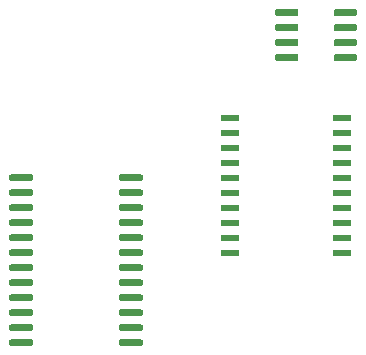
<source format=gbr>
G04 #@! TF.GenerationSoftware,KiCad,Pcbnew,(5.1.5-0-10_14)*
G04 #@! TF.CreationDate,2021-03-05T21:15:02+01:00*
G04 #@! TF.ProjectId,RCA2020-Mk1,52434132-3032-4302-9d4d-6b312e6b6963,4*
G04 #@! TF.SameCoordinates,Original*
G04 #@! TF.FileFunction,Paste,Top*
G04 #@! TF.FilePolarity,Positive*
%FSLAX46Y46*%
G04 Gerber Fmt 4.6, Leading zero omitted, Abs format (unit mm)*
G04 Created by KiCad (PCBNEW (5.1.5-0-10_14)) date 2021-03-05 21:15:02*
%MOMM*%
%LPD*%
G04 APERTURE LIST*
%ADD10C,0.100000*%
%ADD11R,1.500000X0.600000*%
G04 APERTURE END LIST*
D10*
G36*
X167675977Y-121010662D02*
G01*
X167689325Y-121012642D01*
X167702414Y-121015921D01*
X167715119Y-121020467D01*
X167727317Y-121026236D01*
X167738891Y-121033173D01*
X167749729Y-121041211D01*
X167759727Y-121050273D01*
X167768789Y-121060271D01*
X167776827Y-121071109D01*
X167783764Y-121082683D01*
X167789533Y-121094881D01*
X167794079Y-121107586D01*
X167797358Y-121120675D01*
X167799338Y-121134023D01*
X167800000Y-121147500D01*
X167800000Y-121422500D01*
X167799338Y-121435977D01*
X167797358Y-121449325D01*
X167794079Y-121462414D01*
X167789533Y-121475119D01*
X167783764Y-121487317D01*
X167776827Y-121498891D01*
X167768789Y-121509729D01*
X167759727Y-121519727D01*
X167749729Y-121528789D01*
X167738891Y-121536827D01*
X167727317Y-121543764D01*
X167715119Y-121549533D01*
X167702414Y-121554079D01*
X167689325Y-121557358D01*
X167675977Y-121559338D01*
X167662500Y-121560000D01*
X165937500Y-121560000D01*
X165924023Y-121559338D01*
X165910675Y-121557358D01*
X165897586Y-121554079D01*
X165884881Y-121549533D01*
X165872683Y-121543764D01*
X165861109Y-121536827D01*
X165850271Y-121528789D01*
X165840273Y-121519727D01*
X165831211Y-121509729D01*
X165823173Y-121498891D01*
X165816236Y-121487317D01*
X165810467Y-121475119D01*
X165805921Y-121462414D01*
X165802642Y-121449325D01*
X165800662Y-121435977D01*
X165800000Y-121422500D01*
X165800000Y-121147500D01*
X165800662Y-121134023D01*
X165802642Y-121120675D01*
X165805921Y-121107586D01*
X165810467Y-121094881D01*
X165816236Y-121082683D01*
X165823173Y-121071109D01*
X165831211Y-121060271D01*
X165840273Y-121050273D01*
X165850271Y-121041211D01*
X165861109Y-121033173D01*
X165872683Y-121026236D01*
X165884881Y-121020467D01*
X165897586Y-121015921D01*
X165910675Y-121012642D01*
X165924023Y-121010662D01*
X165937500Y-121010000D01*
X167662500Y-121010000D01*
X167675977Y-121010662D01*
G37*
G36*
X167675977Y-122280662D02*
G01*
X167689325Y-122282642D01*
X167702414Y-122285921D01*
X167715119Y-122290467D01*
X167727317Y-122296236D01*
X167738891Y-122303173D01*
X167749729Y-122311211D01*
X167759727Y-122320273D01*
X167768789Y-122330271D01*
X167776827Y-122341109D01*
X167783764Y-122352683D01*
X167789533Y-122364881D01*
X167794079Y-122377586D01*
X167797358Y-122390675D01*
X167799338Y-122404023D01*
X167800000Y-122417500D01*
X167800000Y-122692500D01*
X167799338Y-122705977D01*
X167797358Y-122719325D01*
X167794079Y-122732414D01*
X167789533Y-122745119D01*
X167783764Y-122757317D01*
X167776827Y-122768891D01*
X167768789Y-122779729D01*
X167759727Y-122789727D01*
X167749729Y-122798789D01*
X167738891Y-122806827D01*
X167727317Y-122813764D01*
X167715119Y-122819533D01*
X167702414Y-122824079D01*
X167689325Y-122827358D01*
X167675977Y-122829338D01*
X167662500Y-122830000D01*
X165937500Y-122830000D01*
X165924023Y-122829338D01*
X165910675Y-122827358D01*
X165897586Y-122824079D01*
X165884881Y-122819533D01*
X165872683Y-122813764D01*
X165861109Y-122806827D01*
X165850271Y-122798789D01*
X165840273Y-122789727D01*
X165831211Y-122779729D01*
X165823173Y-122768891D01*
X165816236Y-122757317D01*
X165810467Y-122745119D01*
X165805921Y-122732414D01*
X165802642Y-122719325D01*
X165800662Y-122705977D01*
X165800000Y-122692500D01*
X165800000Y-122417500D01*
X165800662Y-122404023D01*
X165802642Y-122390675D01*
X165805921Y-122377586D01*
X165810467Y-122364881D01*
X165816236Y-122352683D01*
X165823173Y-122341109D01*
X165831211Y-122330271D01*
X165840273Y-122320273D01*
X165850271Y-122311211D01*
X165861109Y-122303173D01*
X165872683Y-122296236D01*
X165884881Y-122290467D01*
X165897586Y-122285921D01*
X165910675Y-122282642D01*
X165924023Y-122280662D01*
X165937500Y-122280000D01*
X167662500Y-122280000D01*
X167675977Y-122280662D01*
G37*
G36*
X167675977Y-123550662D02*
G01*
X167689325Y-123552642D01*
X167702414Y-123555921D01*
X167715119Y-123560467D01*
X167727317Y-123566236D01*
X167738891Y-123573173D01*
X167749729Y-123581211D01*
X167759727Y-123590273D01*
X167768789Y-123600271D01*
X167776827Y-123611109D01*
X167783764Y-123622683D01*
X167789533Y-123634881D01*
X167794079Y-123647586D01*
X167797358Y-123660675D01*
X167799338Y-123674023D01*
X167800000Y-123687500D01*
X167800000Y-123962500D01*
X167799338Y-123975977D01*
X167797358Y-123989325D01*
X167794079Y-124002414D01*
X167789533Y-124015119D01*
X167783764Y-124027317D01*
X167776827Y-124038891D01*
X167768789Y-124049729D01*
X167759727Y-124059727D01*
X167749729Y-124068789D01*
X167738891Y-124076827D01*
X167727317Y-124083764D01*
X167715119Y-124089533D01*
X167702414Y-124094079D01*
X167689325Y-124097358D01*
X167675977Y-124099338D01*
X167662500Y-124100000D01*
X165937500Y-124100000D01*
X165924023Y-124099338D01*
X165910675Y-124097358D01*
X165897586Y-124094079D01*
X165884881Y-124089533D01*
X165872683Y-124083764D01*
X165861109Y-124076827D01*
X165850271Y-124068789D01*
X165840273Y-124059727D01*
X165831211Y-124049729D01*
X165823173Y-124038891D01*
X165816236Y-124027317D01*
X165810467Y-124015119D01*
X165805921Y-124002414D01*
X165802642Y-123989325D01*
X165800662Y-123975977D01*
X165800000Y-123962500D01*
X165800000Y-123687500D01*
X165800662Y-123674023D01*
X165802642Y-123660675D01*
X165805921Y-123647586D01*
X165810467Y-123634881D01*
X165816236Y-123622683D01*
X165823173Y-123611109D01*
X165831211Y-123600271D01*
X165840273Y-123590273D01*
X165850271Y-123581211D01*
X165861109Y-123573173D01*
X165872683Y-123566236D01*
X165884881Y-123560467D01*
X165897586Y-123555921D01*
X165910675Y-123552642D01*
X165924023Y-123550662D01*
X165937500Y-123550000D01*
X167662500Y-123550000D01*
X167675977Y-123550662D01*
G37*
G36*
X167675977Y-124820662D02*
G01*
X167689325Y-124822642D01*
X167702414Y-124825921D01*
X167715119Y-124830467D01*
X167727317Y-124836236D01*
X167738891Y-124843173D01*
X167749729Y-124851211D01*
X167759727Y-124860273D01*
X167768789Y-124870271D01*
X167776827Y-124881109D01*
X167783764Y-124892683D01*
X167789533Y-124904881D01*
X167794079Y-124917586D01*
X167797358Y-124930675D01*
X167799338Y-124944023D01*
X167800000Y-124957500D01*
X167800000Y-125232500D01*
X167799338Y-125245977D01*
X167797358Y-125259325D01*
X167794079Y-125272414D01*
X167789533Y-125285119D01*
X167783764Y-125297317D01*
X167776827Y-125308891D01*
X167768789Y-125319729D01*
X167759727Y-125329727D01*
X167749729Y-125338789D01*
X167738891Y-125346827D01*
X167727317Y-125353764D01*
X167715119Y-125359533D01*
X167702414Y-125364079D01*
X167689325Y-125367358D01*
X167675977Y-125369338D01*
X167662500Y-125370000D01*
X165937500Y-125370000D01*
X165924023Y-125369338D01*
X165910675Y-125367358D01*
X165897586Y-125364079D01*
X165884881Y-125359533D01*
X165872683Y-125353764D01*
X165861109Y-125346827D01*
X165850271Y-125338789D01*
X165840273Y-125329727D01*
X165831211Y-125319729D01*
X165823173Y-125308891D01*
X165816236Y-125297317D01*
X165810467Y-125285119D01*
X165805921Y-125272414D01*
X165802642Y-125259325D01*
X165800662Y-125245977D01*
X165800000Y-125232500D01*
X165800000Y-124957500D01*
X165800662Y-124944023D01*
X165802642Y-124930675D01*
X165805921Y-124917586D01*
X165810467Y-124904881D01*
X165816236Y-124892683D01*
X165823173Y-124881109D01*
X165831211Y-124870271D01*
X165840273Y-124860273D01*
X165850271Y-124851211D01*
X165861109Y-124843173D01*
X165872683Y-124836236D01*
X165884881Y-124830467D01*
X165897586Y-124825921D01*
X165910675Y-124822642D01*
X165924023Y-124820662D01*
X165937500Y-124820000D01*
X167662500Y-124820000D01*
X167675977Y-124820662D01*
G37*
G36*
X167675977Y-126090662D02*
G01*
X167689325Y-126092642D01*
X167702414Y-126095921D01*
X167715119Y-126100467D01*
X167727317Y-126106236D01*
X167738891Y-126113173D01*
X167749729Y-126121211D01*
X167759727Y-126130273D01*
X167768789Y-126140271D01*
X167776827Y-126151109D01*
X167783764Y-126162683D01*
X167789533Y-126174881D01*
X167794079Y-126187586D01*
X167797358Y-126200675D01*
X167799338Y-126214023D01*
X167800000Y-126227500D01*
X167800000Y-126502500D01*
X167799338Y-126515977D01*
X167797358Y-126529325D01*
X167794079Y-126542414D01*
X167789533Y-126555119D01*
X167783764Y-126567317D01*
X167776827Y-126578891D01*
X167768789Y-126589729D01*
X167759727Y-126599727D01*
X167749729Y-126608789D01*
X167738891Y-126616827D01*
X167727317Y-126623764D01*
X167715119Y-126629533D01*
X167702414Y-126634079D01*
X167689325Y-126637358D01*
X167675977Y-126639338D01*
X167662500Y-126640000D01*
X165937500Y-126640000D01*
X165924023Y-126639338D01*
X165910675Y-126637358D01*
X165897586Y-126634079D01*
X165884881Y-126629533D01*
X165872683Y-126623764D01*
X165861109Y-126616827D01*
X165850271Y-126608789D01*
X165840273Y-126599727D01*
X165831211Y-126589729D01*
X165823173Y-126578891D01*
X165816236Y-126567317D01*
X165810467Y-126555119D01*
X165805921Y-126542414D01*
X165802642Y-126529325D01*
X165800662Y-126515977D01*
X165800000Y-126502500D01*
X165800000Y-126227500D01*
X165800662Y-126214023D01*
X165802642Y-126200675D01*
X165805921Y-126187586D01*
X165810467Y-126174881D01*
X165816236Y-126162683D01*
X165823173Y-126151109D01*
X165831211Y-126140271D01*
X165840273Y-126130273D01*
X165850271Y-126121211D01*
X165861109Y-126113173D01*
X165872683Y-126106236D01*
X165884881Y-126100467D01*
X165897586Y-126095921D01*
X165910675Y-126092642D01*
X165924023Y-126090662D01*
X165937500Y-126090000D01*
X167662500Y-126090000D01*
X167675977Y-126090662D01*
G37*
G36*
X167675977Y-127360662D02*
G01*
X167689325Y-127362642D01*
X167702414Y-127365921D01*
X167715119Y-127370467D01*
X167727317Y-127376236D01*
X167738891Y-127383173D01*
X167749729Y-127391211D01*
X167759727Y-127400273D01*
X167768789Y-127410271D01*
X167776827Y-127421109D01*
X167783764Y-127432683D01*
X167789533Y-127444881D01*
X167794079Y-127457586D01*
X167797358Y-127470675D01*
X167799338Y-127484023D01*
X167800000Y-127497500D01*
X167800000Y-127772500D01*
X167799338Y-127785977D01*
X167797358Y-127799325D01*
X167794079Y-127812414D01*
X167789533Y-127825119D01*
X167783764Y-127837317D01*
X167776827Y-127848891D01*
X167768789Y-127859729D01*
X167759727Y-127869727D01*
X167749729Y-127878789D01*
X167738891Y-127886827D01*
X167727317Y-127893764D01*
X167715119Y-127899533D01*
X167702414Y-127904079D01*
X167689325Y-127907358D01*
X167675977Y-127909338D01*
X167662500Y-127910000D01*
X165937500Y-127910000D01*
X165924023Y-127909338D01*
X165910675Y-127907358D01*
X165897586Y-127904079D01*
X165884881Y-127899533D01*
X165872683Y-127893764D01*
X165861109Y-127886827D01*
X165850271Y-127878789D01*
X165840273Y-127869727D01*
X165831211Y-127859729D01*
X165823173Y-127848891D01*
X165816236Y-127837317D01*
X165810467Y-127825119D01*
X165805921Y-127812414D01*
X165802642Y-127799325D01*
X165800662Y-127785977D01*
X165800000Y-127772500D01*
X165800000Y-127497500D01*
X165800662Y-127484023D01*
X165802642Y-127470675D01*
X165805921Y-127457586D01*
X165810467Y-127444881D01*
X165816236Y-127432683D01*
X165823173Y-127421109D01*
X165831211Y-127410271D01*
X165840273Y-127400273D01*
X165850271Y-127391211D01*
X165861109Y-127383173D01*
X165872683Y-127376236D01*
X165884881Y-127370467D01*
X165897586Y-127365921D01*
X165910675Y-127362642D01*
X165924023Y-127360662D01*
X165937500Y-127360000D01*
X167662500Y-127360000D01*
X167675977Y-127360662D01*
G37*
G36*
X167675977Y-128630662D02*
G01*
X167689325Y-128632642D01*
X167702414Y-128635921D01*
X167715119Y-128640467D01*
X167727317Y-128646236D01*
X167738891Y-128653173D01*
X167749729Y-128661211D01*
X167759727Y-128670273D01*
X167768789Y-128680271D01*
X167776827Y-128691109D01*
X167783764Y-128702683D01*
X167789533Y-128714881D01*
X167794079Y-128727586D01*
X167797358Y-128740675D01*
X167799338Y-128754023D01*
X167800000Y-128767500D01*
X167800000Y-129042500D01*
X167799338Y-129055977D01*
X167797358Y-129069325D01*
X167794079Y-129082414D01*
X167789533Y-129095119D01*
X167783764Y-129107317D01*
X167776827Y-129118891D01*
X167768789Y-129129729D01*
X167759727Y-129139727D01*
X167749729Y-129148789D01*
X167738891Y-129156827D01*
X167727317Y-129163764D01*
X167715119Y-129169533D01*
X167702414Y-129174079D01*
X167689325Y-129177358D01*
X167675977Y-129179338D01*
X167662500Y-129180000D01*
X165937500Y-129180000D01*
X165924023Y-129179338D01*
X165910675Y-129177358D01*
X165897586Y-129174079D01*
X165884881Y-129169533D01*
X165872683Y-129163764D01*
X165861109Y-129156827D01*
X165850271Y-129148789D01*
X165840273Y-129139727D01*
X165831211Y-129129729D01*
X165823173Y-129118891D01*
X165816236Y-129107317D01*
X165810467Y-129095119D01*
X165805921Y-129082414D01*
X165802642Y-129069325D01*
X165800662Y-129055977D01*
X165800000Y-129042500D01*
X165800000Y-128767500D01*
X165800662Y-128754023D01*
X165802642Y-128740675D01*
X165805921Y-128727586D01*
X165810467Y-128714881D01*
X165816236Y-128702683D01*
X165823173Y-128691109D01*
X165831211Y-128680271D01*
X165840273Y-128670273D01*
X165850271Y-128661211D01*
X165861109Y-128653173D01*
X165872683Y-128646236D01*
X165884881Y-128640467D01*
X165897586Y-128635921D01*
X165910675Y-128632642D01*
X165924023Y-128630662D01*
X165937500Y-128630000D01*
X167662500Y-128630000D01*
X167675977Y-128630662D01*
G37*
G36*
X167675977Y-129900662D02*
G01*
X167689325Y-129902642D01*
X167702414Y-129905921D01*
X167715119Y-129910467D01*
X167727317Y-129916236D01*
X167738891Y-129923173D01*
X167749729Y-129931211D01*
X167759727Y-129940273D01*
X167768789Y-129950271D01*
X167776827Y-129961109D01*
X167783764Y-129972683D01*
X167789533Y-129984881D01*
X167794079Y-129997586D01*
X167797358Y-130010675D01*
X167799338Y-130024023D01*
X167800000Y-130037500D01*
X167800000Y-130312500D01*
X167799338Y-130325977D01*
X167797358Y-130339325D01*
X167794079Y-130352414D01*
X167789533Y-130365119D01*
X167783764Y-130377317D01*
X167776827Y-130388891D01*
X167768789Y-130399729D01*
X167759727Y-130409727D01*
X167749729Y-130418789D01*
X167738891Y-130426827D01*
X167727317Y-130433764D01*
X167715119Y-130439533D01*
X167702414Y-130444079D01*
X167689325Y-130447358D01*
X167675977Y-130449338D01*
X167662500Y-130450000D01*
X165937500Y-130450000D01*
X165924023Y-130449338D01*
X165910675Y-130447358D01*
X165897586Y-130444079D01*
X165884881Y-130439533D01*
X165872683Y-130433764D01*
X165861109Y-130426827D01*
X165850271Y-130418789D01*
X165840273Y-130409727D01*
X165831211Y-130399729D01*
X165823173Y-130388891D01*
X165816236Y-130377317D01*
X165810467Y-130365119D01*
X165805921Y-130352414D01*
X165802642Y-130339325D01*
X165800662Y-130325977D01*
X165800000Y-130312500D01*
X165800000Y-130037500D01*
X165800662Y-130024023D01*
X165802642Y-130010675D01*
X165805921Y-129997586D01*
X165810467Y-129984881D01*
X165816236Y-129972683D01*
X165823173Y-129961109D01*
X165831211Y-129950271D01*
X165840273Y-129940273D01*
X165850271Y-129931211D01*
X165861109Y-129923173D01*
X165872683Y-129916236D01*
X165884881Y-129910467D01*
X165897586Y-129905921D01*
X165910675Y-129902642D01*
X165924023Y-129900662D01*
X165937500Y-129900000D01*
X167662500Y-129900000D01*
X167675977Y-129900662D01*
G37*
G36*
X167675977Y-131170662D02*
G01*
X167689325Y-131172642D01*
X167702414Y-131175921D01*
X167715119Y-131180467D01*
X167727317Y-131186236D01*
X167738891Y-131193173D01*
X167749729Y-131201211D01*
X167759727Y-131210273D01*
X167768789Y-131220271D01*
X167776827Y-131231109D01*
X167783764Y-131242683D01*
X167789533Y-131254881D01*
X167794079Y-131267586D01*
X167797358Y-131280675D01*
X167799338Y-131294023D01*
X167800000Y-131307500D01*
X167800000Y-131582500D01*
X167799338Y-131595977D01*
X167797358Y-131609325D01*
X167794079Y-131622414D01*
X167789533Y-131635119D01*
X167783764Y-131647317D01*
X167776827Y-131658891D01*
X167768789Y-131669729D01*
X167759727Y-131679727D01*
X167749729Y-131688789D01*
X167738891Y-131696827D01*
X167727317Y-131703764D01*
X167715119Y-131709533D01*
X167702414Y-131714079D01*
X167689325Y-131717358D01*
X167675977Y-131719338D01*
X167662500Y-131720000D01*
X165937500Y-131720000D01*
X165924023Y-131719338D01*
X165910675Y-131717358D01*
X165897586Y-131714079D01*
X165884881Y-131709533D01*
X165872683Y-131703764D01*
X165861109Y-131696827D01*
X165850271Y-131688789D01*
X165840273Y-131679727D01*
X165831211Y-131669729D01*
X165823173Y-131658891D01*
X165816236Y-131647317D01*
X165810467Y-131635119D01*
X165805921Y-131622414D01*
X165802642Y-131609325D01*
X165800662Y-131595977D01*
X165800000Y-131582500D01*
X165800000Y-131307500D01*
X165800662Y-131294023D01*
X165802642Y-131280675D01*
X165805921Y-131267586D01*
X165810467Y-131254881D01*
X165816236Y-131242683D01*
X165823173Y-131231109D01*
X165831211Y-131220271D01*
X165840273Y-131210273D01*
X165850271Y-131201211D01*
X165861109Y-131193173D01*
X165872683Y-131186236D01*
X165884881Y-131180467D01*
X165897586Y-131175921D01*
X165910675Y-131172642D01*
X165924023Y-131170662D01*
X165937500Y-131170000D01*
X167662500Y-131170000D01*
X167675977Y-131170662D01*
G37*
G36*
X167675977Y-132440662D02*
G01*
X167689325Y-132442642D01*
X167702414Y-132445921D01*
X167715119Y-132450467D01*
X167727317Y-132456236D01*
X167738891Y-132463173D01*
X167749729Y-132471211D01*
X167759727Y-132480273D01*
X167768789Y-132490271D01*
X167776827Y-132501109D01*
X167783764Y-132512683D01*
X167789533Y-132524881D01*
X167794079Y-132537586D01*
X167797358Y-132550675D01*
X167799338Y-132564023D01*
X167800000Y-132577500D01*
X167800000Y-132852500D01*
X167799338Y-132865977D01*
X167797358Y-132879325D01*
X167794079Y-132892414D01*
X167789533Y-132905119D01*
X167783764Y-132917317D01*
X167776827Y-132928891D01*
X167768789Y-132939729D01*
X167759727Y-132949727D01*
X167749729Y-132958789D01*
X167738891Y-132966827D01*
X167727317Y-132973764D01*
X167715119Y-132979533D01*
X167702414Y-132984079D01*
X167689325Y-132987358D01*
X167675977Y-132989338D01*
X167662500Y-132990000D01*
X165937500Y-132990000D01*
X165924023Y-132989338D01*
X165910675Y-132987358D01*
X165897586Y-132984079D01*
X165884881Y-132979533D01*
X165872683Y-132973764D01*
X165861109Y-132966827D01*
X165850271Y-132958789D01*
X165840273Y-132949727D01*
X165831211Y-132939729D01*
X165823173Y-132928891D01*
X165816236Y-132917317D01*
X165810467Y-132905119D01*
X165805921Y-132892414D01*
X165802642Y-132879325D01*
X165800662Y-132865977D01*
X165800000Y-132852500D01*
X165800000Y-132577500D01*
X165800662Y-132564023D01*
X165802642Y-132550675D01*
X165805921Y-132537586D01*
X165810467Y-132524881D01*
X165816236Y-132512683D01*
X165823173Y-132501109D01*
X165831211Y-132490271D01*
X165840273Y-132480273D01*
X165850271Y-132471211D01*
X165861109Y-132463173D01*
X165872683Y-132456236D01*
X165884881Y-132450467D01*
X165897586Y-132445921D01*
X165910675Y-132442642D01*
X165924023Y-132440662D01*
X165937500Y-132440000D01*
X167662500Y-132440000D01*
X167675977Y-132440662D01*
G37*
G36*
X167675977Y-133710662D02*
G01*
X167689325Y-133712642D01*
X167702414Y-133715921D01*
X167715119Y-133720467D01*
X167727317Y-133726236D01*
X167738891Y-133733173D01*
X167749729Y-133741211D01*
X167759727Y-133750273D01*
X167768789Y-133760271D01*
X167776827Y-133771109D01*
X167783764Y-133782683D01*
X167789533Y-133794881D01*
X167794079Y-133807586D01*
X167797358Y-133820675D01*
X167799338Y-133834023D01*
X167800000Y-133847500D01*
X167800000Y-134122500D01*
X167799338Y-134135977D01*
X167797358Y-134149325D01*
X167794079Y-134162414D01*
X167789533Y-134175119D01*
X167783764Y-134187317D01*
X167776827Y-134198891D01*
X167768789Y-134209729D01*
X167759727Y-134219727D01*
X167749729Y-134228789D01*
X167738891Y-134236827D01*
X167727317Y-134243764D01*
X167715119Y-134249533D01*
X167702414Y-134254079D01*
X167689325Y-134257358D01*
X167675977Y-134259338D01*
X167662500Y-134260000D01*
X165937500Y-134260000D01*
X165924023Y-134259338D01*
X165910675Y-134257358D01*
X165897586Y-134254079D01*
X165884881Y-134249533D01*
X165872683Y-134243764D01*
X165861109Y-134236827D01*
X165850271Y-134228789D01*
X165840273Y-134219727D01*
X165831211Y-134209729D01*
X165823173Y-134198891D01*
X165816236Y-134187317D01*
X165810467Y-134175119D01*
X165805921Y-134162414D01*
X165802642Y-134149325D01*
X165800662Y-134135977D01*
X165800000Y-134122500D01*
X165800000Y-133847500D01*
X165800662Y-133834023D01*
X165802642Y-133820675D01*
X165805921Y-133807586D01*
X165810467Y-133794881D01*
X165816236Y-133782683D01*
X165823173Y-133771109D01*
X165831211Y-133760271D01*
X165840273Y-133750273D01*
X165850271Y-133741211D01*
X165861109Y-133733173D01*
X165872683Y-133726236D01*
X165884881Y-133720467D01*
X165897586Y-133715921D01*
X165910675Y-133712642D01*
X165924023Y-133710662D01*
X165937500Y-133710000D01*
X167662500Y-133710000D01*
X167675977Y-133710662D01*
G37*
G36*
X167675977Y-134980662D02*
G01*
X167689325Y-134982642D01*
X167702414Y-134985921D01*
X167715119Y-134990467D01*
X167727317Y-134996236D01*
X167738891Y-135003173D01*
X167749729Y-135011211D01*
X167759727Y-135020273D01*
X167768789Y-135030271D01*
X167776827Y-135041109D01*
X167783764Y-135052683D01*
X167789533Y-135064881D01*
X167794079Y-135077586D01*
X167797358Y-135090675D01*
X167799338Y-135104023D01*
X167800000Y-135117500D01*
X167800000Y-135392500D01*
X167799338Y-135405977D01*
X167797358Y-135419325D01*
X167794079Y-135432414D01*
X167789533Y-135445119D01*
X167783764Y-135457317D01*
X167776827Y-135468891D01*
X167768789Y-135479729D01*
X167759727Y-135489727D01*
X167749729Y-135498789D01*
X167738891Y-135506827D01*
X167727317Y-135513764D01*
X167715119Y-135519533D01*
X167702414Y-135524079D01*
X167689325Y-135527358D01*
X167675977Y-135529338D01*
X167662500Y-135530000D01*
X165937500Y-135530000D01*
X165924023Y-135529338D01*
X165910675Y-135527358D01*
X165897586Y-135524079D01*
X165884881Y-135519533D01*
X165872683Y-135513764D01*
X165861109Y-135506827D01*
X165850271Y-135498789D01*
X165840273Y-135489727D01*
X165831211Y-135479729D01*
X165823173Y-135468891D01*
X165816236Y-135457317D01*
X165810467Y-135445119D01*
X165805921Y-135432414D01*
X165802642Y-135419325D01*
X165800662Y-135405977D01*
X165800000Y-135392500D01*
X165800000Y-135117500D01*
X165800662Y-135104023D01*
X165802642Y-135090675D01*
X165805921Y-135077586D01*
X165810467Y-135064881D01*
X165816236Y-135052683D01*
X165823173Y-135041109D01*
X165831211Y-135030271D01*
X165840273Y-135020273D01*
X165850271Y-135011211D01*
X165861109Y-135003173D01*
X165872683Y-134996236D01*
X165884881Y-134990467D01*
X165897586Y-134985921D01*
X165910675Y-134982642D01*
X165924023Y-134980662D01*
X165937500Y-134980000D01*
X167662500Y-134980000D01*
X167675977Y-134980662D01*
G37*
G36*
X176975977Y-134980662D02*
G01*
X176989325Y-134982642D01*
X177002414Y-134985921D01*
X177015119Y-134990467D01*
X177027317Y-134996236D01*
X177038891Y-135003173D01*
X177049729Y-135011211D01*
X177059727Y-135020273D01*
X177068789Y-135030271D01*
X177076827Y-135041109D01*
X177083764Y-135052683D01*
X177089533Y-135064881D01*
X177094079Y-135077586D01*
X177097358Y-135090675D01*
X177099338Y-135104023D01*
X177100000Y-135117500D01*
X177100000Y-135392500D01*
X177099338Y-135405977D01*
X177097358Y-135419325D01*
X177094079Y-135432414D01*
X177089533Y-135445119D01*
X177083764Y-135457317D01*
X177076827Y-135468891D01*
X177068789Y-135479729D01*
X177059727Y-135489727D01*
X177049729Y-135498789D01*
X177038891Y-135506827D01*
X177027317Y-135513764D01*
X177015119Y-135519533D01*
X177002414Y-135524079D01*
X176989325Y-135527358D01*
X176975977Y-135529338D01*
X176962500Y-135530000D01*
X175237500Y-135530000D01*
X175224023Y-135529338D01*
X175210675Y-135527358D01*
X175197586Y-135524079D01*
X175184881Y-135519533D01*
X175172683Y-135513764D01*
X175161109Y-135506827D01*
X175150271Y-135498789D01*
X175140273Y-135489727D01*
X175131211Y-135479729D01*
X175123173Y-135468891D01*
X175116236Y-135457317D01*
X175110467Y-135445119D01*
X175105921Y-135432414D01*
X175102642Y-135419325D01*
X175100662Y-135405977D01*
X175100000Y-135392500D01*
X175100000Y-135117500D01*
X175100662Y-135104023D01*
X175102642Y-135090675D01*
X175105921Y-135077586D01*
X175110467Y-135064881D01*
X175116236Y-135052683D01*
X175123173Y-135041109D01*
X175131211Y-135030271D01*
X175140273Y-135020273D01*
X175150271Y-135011211D01*
X175161109Y-135003173D01*
X175172683Y-134996236D01*
X175184881Y-134990467D01*
X175197586Y-134985921D01*
X175210675Y-134982642D01*
X175224023Y-134980662D01*
X175237500Y-134980000D01*
X176962500Y-134980000D01*
X176975977Y-134980662D01*
G37*
G36*
X176975977Y-133710662D02*
G01*
X176989325Y-133712642D01*
X177002414Y-133715921D01*
X177015119Y-133720467D01*
X177027317Y-133726236D01*
X177038891Y-133733173D01*
X177049729Y-133741211D01*
X177059727Y-133750273D01*
X177068789Y-133760271D01*
X177076827Y-133771109D01*
X177083764Y-133782683D01*
X177089533Y-133794881D01*
X177094079Y-133807586D01*
X177097358Y-133820675D01*
X177099338Y-133834023D01*
X177100000Y-133847500D01*
X177100000Y-134122500D01*
X177099338Y-134135977D01*
X177097358Y-134149325D01*
X177094079Y-134162414D01*
X177089533Y-134175119D01*
X177083764Y-134187317D01*
X177076827Y-134198891D01*
X177068789Y-134209729D01*
X177059727Y-134219727D01*
X177049729Y-134228789D01*
X177038891Y-134236827D01*
X177027317Y-134243764D01*
X177015119Y-134249533D01*
X177002414Y-134254079D01*
X176989325Y-134257358D01*
X176975977Y-134259338D01*
X176962500Y-134260000D01*
X175237500Y-134260000D01*
X175224023Y-134259338D01*
X175210675Y-134257358D01*
X175197586Y-134254079D01*
X175184881Y-134249533D01*
X175172683Y-134243764D01*
X175161109Y-134236827D01*
X175150271Y-134228789D01*
X175140273Y-134219727D01*
X175131211Y-134209729D01*
X175123173Y-134198891D01*
X175116236Y-134187317D01*
X175110467Y-134175119D01*
X175105921Y-134162414D01*
X175102642Y-134149325D01*
X175100662Y-134135977D01*
X175100000Y-134122500D01*
X175100000Y-133847500D01*
X175100662Y-133834023D01*
X175102642Y-133820675D01*
X175105921Y-133807586D01*
X175110467Y-133794881D01*
X175116236Y-133782683D01*
X175123173Y-133771109D01*
X175131211Y-133760271D01*
X175140273Y-133750273D01*
X175150271Y-133741211D01*
X175161109Y-133733173D01*
X175172683Y-133726236D01*
X175184881Y-133720467D01*
X175197586Y-133715921D01*
X175210675Y-133712642D01*
X175224023Y-133710662D01*
X175237500Y-133710000D01*
X176962500Y-133710000D01*
X176975977Y-133710662D01*
G37*
G36*
X176975977Y-132440662D02*
G01*
X176989325Y-132442642D01*
X177002414Y-132445921D01*
X177015119Y-132450467D01*
X177027317Y-132456236D01*
X177038891Y-132463173D01*
X177049729Y-132471211D01*
X177059727Y-132480273D01*
X177068789Y-132490271D01*
X177076827Y-132501109D01*
X177083764Y-132512683D01*
X177089533Y-132524881D01*
X177094079Y-132537586D01*
X177097358Y-132550675D01*
X177099338Y-132564023D01*
X177100000Y-132577500D01*
X177100000Y-132852500D01*
X177099338Y-132865977D01*
X177097358Y-132879325D01*
X177094079Y-132892414D01*
X177089533Y-132905119D01*
X177083764Y-132917317D01*
X177076827Y-132928891D01*
X177068789Y-132939729D01*
X177059727Y-132949727D01*
X177049729Y-132958789D01*
X177038891Y-132966827D01*
X177027317Y-132973764D01*
X177015119Y-132979533D01*
X177002414Y-132984079D01*
X176989325Y-132987358D01*
X176975977Y-132989338D01*
X176962500Y-132990000D01*
X175237500Y-132990000D01*
X175224023Y-132989338D01*
X175210675Y-132987358D01*
X175197586Y-132984079D01*
X175184881Y-132979533D01*
X175172683Y-132973764D01*
X175161109Y-132966827D01*
X175150271Y-132958789D01*
X175140273Y-132949727D01*
X175131211Y-132939729D01*
X175123173Y-132928891D01*
X175116236Y-132917317D01*
X175110467Y-132905119D01*
X175105921Y-132892414D01*
X175102642Y-132879325D01*
X175100662Y-132865977D01*
X175100000Y-132852500D01*
X175100000Y-132577500D01*
X175100662Y-132564023D01*
X175102642Y-132550675D01*
X175105921Y-132537586D01*
X175110467Y-132524881D01*
X175116236Y-132512683D01*
X175123173Y-132501109D01*
X175131211Y-132490271D01*
X175140273Y-132480273D01*
X175150271Y-132471211D01*
X175161109Y-132463173D01*
X175172683Y-132456236D01*
X175184881Y-132450467D01*
X175197586Y-132445921D01*
X175210675Y-132442642D01*
X175224023Y-132440662D01*
X175237500Y-132440000D01*
X176962500Y-132440000D01*
X176975977Y-132440662D01*
G37*
G36*
X176975977Y-131170662D02*
G01*
X176989325Y-131172642D01*
X177002414Y-131175921D01*
X177015119Y-131180467D01*
X177027317Y-131186236D01*
X177038891Y-131193173D01*
X177049729Y-131201211D01*
X177059727Y-131210273D01*
X177068789Y-131220271D01*
X177076827Y-131231109D01*
X177083764Y-131242683D01*
X177089533Y-131254881D01*
X177094079Y-131267586D01*
X177097358Y-131280675D01*
X177099338Y-131294023D01*
X177100000Y-131307500D01*
X177100000Y-131582500D01*
X177099338Y-131595977D01*
X177097358Y-131609325D01*
X177094079Y-131622414D01*
X177089533Y-131635119D01*
X177083764Y-131647317D01*
X177076827Y-131658891D01*
X177068789Y-131669729D01*
X177059727Y-131679727D01*
X177049729Y-131688789D01*
X177038891Y-131696827D01*
X177027317Y-131703764D01*
X177015119Y-131709533D01*
X177002414Y-131714079D01*
X176989325Y-131717358D01*
X176975977Y-131719338D01*
X176962500Y-131720000D01*
X175237500Y-131720000D01*
X175224023Y-131719338D01*
X175210675Y-131717358D01*
X175197586Y-131714079D01*
X175184881Y-131709533D01*
X175172683Y-131703764D01*
X175161109Y-131696827D01*
X175150271Y-131688789D01*
X175140273Y-131679727D01*
X175131211Y-131669729D01*
X175123173Y-131658891D01*
X175116236Y-131647317D01*
X175110467Y-131635119D01*
X175105921Y-131622414D01*
X175102642Y-131609325D01*
X175100662Y-131595977D01*
X175100000Y-131582500D01*
X175100000Y-131307500D01*
X175100662Y-131294023D01*
X175102642Y-131280675D01*
X175105921Y-131267586D01*
X175110467Y-131254881D01*
X175116236Y-131242683D01*
X175123173Y-131231109D01*
X175131211Y-131220271D01*
X175140273Y-131210273D01*
X175150271Y-131201211D01*
X175161109Y-131193173D01*
X175172683Y-131186236D01*
X175184881Y-131180467D01*
X175197586Y-131175921D01*
X175210675Y-131172642D01*
X175224023Y-131170662D01*
X175237500Y-131170000D01*
X176962500Y-131170000D01*
X176975977Y-131170662D01*
G37*
G36*
X176975977Y-129900662D02*
G01*
X176989325Y-129902642D01*
X177002414Y-129905921D01*
X177015119Y-129910467D01*
X177027317Y-129916236D01*
X177038891Y-129923173D01*
X177049729Y-129931211D01*
X177059727Y-129940273D01*
X177068789Y-129950271D01*
X177076827Y-129961109D01*
X177083764Y-129972683D01*
X177089533Y-129984881D01*
X177094079Y-129997586D01*
X177097358Y-130010675D01*
X177099338Y-130024023D01*
X177100000Y-130037500D01*
X177100000Y-130312500D01*
X177099338Y-130325977D01*
X177097358Y-130339325D01*
X177094079Y-130352414D01*
X177089533Y-130365119D01*
X177083764Y-130377317D01*
X177076827Y-130388891D01*
X177068789Y-130399729D01*
X177059727Y-130409727D01*
X177049729Y-130418789D01*
X177038891Y-130426827D01*
X177027317Y-130433764D01*
X177015119Y-130439533D01*
X177002414Y-130444079D01*
X176989325Y-130447358D01*
X176975977Y-130449338D01*
X176962500Y-130450000D01*
X175237500Y-130450000D01*
X175224023Y-130449338D01*
X175210675Y-130447358D01*
X175197586Y-130444079D01*
X175184881Y-130439533D01*
X175172683Y-130433764D01*
X175161109Y-130426827D01*
X175150271Y-130418789D01*
X175140273Y-130409727D01*
X175131211Y-130399729D01*
X175123173Y-130388891D01*
X175116236Y-130377317D01*
X175110467Y-130365119D01*
X175105921Y-130352414D01*
X175102642Y-130339325D01*
X175100662Y-130325977D01*
X175100000Y-130312500D01*
X175100000Y-130037500D01*
X175100662Y-130024023D01*
X175102642Y-130010675D01*
X175105921Y-129997586D01*
X175110467Y-129984881D01*
X175116236Y-129972683D01*
X175123173Y-129961109D01*
X175131211Y-129950271D01*
X175140273Y-129940273D01*
X175150271Y-129931211D01*
X175161109Y-129923173D01*
X175172683Y-129916236D01*
X175184881Y-129910467D01*
X175197586Y-129905921D01*
X175210675Y-129902642D01*
X175224023Y-129900662D01*
X175237500Y-129900000D01*
X176962500Y-129900000D01*
X176975977Y-129900662D01*
G37*
G36*
X176975977Y-128630662D02*
G01*
X176989325Y-128632642D01*
X177002414Y-128635921D01*
X177015119Y-128640467D01*
X177027317Y-128646236D01*
X177038891Y-128653173D01*
X177049729Y-128661211D01*
X177059727Y-128670273D01*
X177068789Y-128680271D01*
X177076827Y-128691109D01*
X177083764Y-128702683D01*
X177089533Y-128714881D01*
X177094079Y-128727586D01*
X177097358Y-128740675D01*
X177099338Y-128754023D01*
X177100000Y-128767500D01*
X177100000Y-129042500D01*
X177099338Y-129055977D01*
X177097358Y-129069325D01*
X177094079Y-129082414D01*
X177089533Y-129095119D01*
X177083764Y-129107317D01*
X177076827Y-129118891D01*
X177068789Y-129129729D01*
X177059727Y-129139727D01*
X177049729Y-129148789D01*
X177038891Y-129156827D01*
X177027317Y-129163764D01*
X177015119Y-129169533D01*
X177002414Y-129174079D01*
X176989325Y-129177358D01*
X176975977Y-129179338D01*
X176962500Y-129180000D01*
X175237500Y-129180000D01*
X175224023Y-129179338D01*
X175210675Y-129177358D01*
X175197586Y-129174079D01*
X175184881Y-129169533D01*
X175172683Y-129163764D01*
X175161109Y-129156827D01*
X175150271Y-129148789D01*
X175140273Y-129139727D01*
X175131211Y-129129729D01*
X175123173Y-129118891D01*
X175116236Y-129107317D01*
X175110467Y-129095119D01*
X175105921Y-129082414D01*
X175102642Y-129069325D01*
X175100662Y-129055977D01*
X175100000Y-129042500D01*
X175100000Y-128767500D01*
X175100662Y-128754023D01*
X175102642Y-128740675D01*
X175105921Y-128727586D01*
X175110467Y-128714881D01*
X175116236Y-128702683D01*
X175123173Y-128691109D01*
X175131211Y-128680271D01*
X175140273Y-128670273D01*
X175150271Y-128661211D01*
X175161109Y-128653173D01*
X175172683Y-128646236D01*
X175184881Y-128640467D01*
X175197586Y-128635921D01*
X175210675Y-128632642D01*
X175224023Y-128630662D01*
X175237500Y-128630000D01*
X176962500Y-128630000D01*
X176975977Y-128630662D01*
G37*
G36*
X176975977Y-127360662D02*
G01*
X176989325Y-127362642D01*
X177002414Y-127365921D01*
X177015119Y-127370467D01*
X177027317Y-127376236D01*
X177038891Y-127383173D01*
X177049729Y-127391211D01*
X177059727Y-127400273D01*
X177068789Y-127410271D01*
X177076827Y-127421109D01*
X177083764Y-127432683D01*
X177089533Y-127444881D01*
X177094079Y-127457586D01*
X177097358Y-127470675D01*
X177099338Y-127484023D01*
X177100000Y-127497500D01*
X177100000Y-127772500D01*
X177099338Y-127785977D01*
X177097358Y-127799325D01*
X177094079Y-127812414D01*
X177089533Y-127825119D01*
X177083764Y-127837317D01*
X177076827Y-127848891D01*
X177068789Y-127859729D01*
X177059727Y-127869727D01*
X177049729Y-127878789D01*
X177038891Y-127886827D01*
X177027317Y-127893764D01*
X177015119Y-127899533D01*
X177002414Y-127904079D01*
X176989325Y-127907358D01*
X176975977Y-127909338D01*
X176962500Y-127910000D01*
X175237500Y-127910000D01*
X175224023Y-127909338D01*
X175210675Y-127907358D01*
X175197586Y-127904079D01*
X175184881Y-127899533D01*
X175172683Y-127893764D01*
X175161109Y-127886827D01*
X175150271Y-127878789D01*
X175140273Y-127869727D01*
X175131211Y-127859729D01*
X175123173Y-127848891D01*
X175116236Y-127837317D01*
X175110467Y-127825119D01*
X175105921Y-127812414D01*
X175102642Y-127799325D01*
X175100662Y-127785977D01*
X175100000Y-127772500D01*
X175100000Y-127497500D01*
X175100662Y-127484023D01*
X175102642Y-127470675D01*
X175105921Y-127457586D01*
X175110467Y-127444881D01*
X175116236Y-127432683D01*
X175123173Y-127421109D01*
X175131211Y-127410271D01*
X175140273Y-127400273D01*
X175150271Y-127391211D01*
X175161109Y-127383173D01*
X175172683Y-127376236D01*
X175184881Y-127370467D01*
X175197586Y-127365921D01*
X175210675Y-127362642D01*
X175224023Y-127360662D01*
X175237500Y-127360000D01*
X176962500Y-127360000D01*
X176975977Y-127360662D01*
G37*
G36*
X176975977Y-126090662D02*
G01*
X176989325Y-126092642D01*
X177002414Y-126095921D01*
X177015119Y-126100467D01*
X177027317Y-126106236D01*
X177038891Y-126113173D01*
X177049729Y-126121211D01*
X177059727Y-126130273D01*
X177068789Y-126140271D01*
X177076827Y-126151109D01*
X177083764Y-126162683D01*
X177089533Y-126174881D01*
X177094079Y-126187586D01*
X177097358Y-126200675D01*
X177099338Y-126214023D01*
X177100000Y-126227500D01*
X177100000Y-126502500D01*
X177099338Y-126515977D01*
X177097358Y-126529325D01*
X177094079Y-126542414D01*
X177089533Y-126555119D01*
X177083764Y-126567317D01*
X177076827Y-126578891D01*
X177068789Y-126589729D01*
X177059727Y-126599727D01*
X177049729Y-126608789D01*
X177038891Y-126616827D01*
X177027317Y-126623764D01*
X177015119Y-126629533D01*
X177002414Y-126634079D01*
X176989325Y-126637358D01*
X176975977Y-126639338D01*
X176962500Y-126640000D01*
X175237500Y-126640000D01*
X175224023Y-126639338D01*
X175210675Y-126637358D01*
X175197586Y-126634079D01*
X175184881Y-126629533D01*
X175172683Y-126623764D01*
X175161109Y-126616827D01*
X175150271Y-126608789D01*
X175140273Y-126599727D01*
X175131211Y-126589729D01*
X175123173Y-126578891D01*
X175116236Y-126567317D01*
X175110467Y-126555119D01*
X175105921Y-126542414D01*
X175102642Y-126529325D01*
X175100662Y-126515977D01*
X175100000Y-126502500D01*
X175100000Y-126227500D01*
X175100662Y-126214023D01*
X175102642Y-126200675D01*
X175105921Y-126187586D01*
X175110467Y-126174881D01*
X175116236Y-126162683D01*
X175123173Y-126151109D01*
X175131211Y-126140271D01*
X175140273Y-126130273D01*
X175150271Y-126121211D01*
X175161109Y-126113173D01*
X175172683Y-126106236D01*
X175184881Y-126100467D01*
X175197586Y-126095921D01*
X175210675Y-126092642D01*
X175224023Y-126090662D01*
X175237500Y-126090000D01*
X176962500Y-126090000D01*
X176975977Y-126090662D01*
G37*
G36*
X176975977Y-124820662D02*
G01*
X176989325Y-124822642D01*
X177002414Y-124825921D01*
X177015119Y-124830467D01*
X177027317Y-124836236D01*
X177038891Y-124843173D01*
X177049729Y-124851211D01*
X177059727Y-124860273D01*
X177068789Y-124870271D01*
X177076827Y-124881109D01*
X177083764Y-124892683D01*
X177089533Y-124904881D01*
X177094079Y-124917586D01*
X177097358Y-124930675D01*
X177099338Y-124944023D01*
X177100000Y-124957500D01*
X177100000Y-125232500D01*
X177099338Y-125245977D01*
X177097358Y-125259325D01*
X177094079Y-125272414D01*
X177089533Y-125285119D01*
X177083764Y-125297317D01*
X177076827Y-125308891D01*
X177068789Y-125319729D01*
X177059727Y-125329727D01*
X177049729Y-125338789D01*
X177038891Y-125346827D01*
X177027317Y-125353764D01*
X177015119Y-125359533D01*
X177002414Y-125364079D01*
X176989325Y-125367358D01*
X176975977Y-125369338D01*
X176962500Y-125370000D01*
X175237500Y-125370000D01*
X175224023Y-125369338D01*
X175210675Y-125367358D01*
X175197586Y-125364079D01*
X175184881Y-125359533D01*
X175172683Y-125353764D01*
X175161109Y-125346827D01*
X175150271Y-125338789D01*
X175140273Y-125329727D01*
X175131211Y-125319729D01*
X175123173Y-125308891D01*
X175116236Y-125297317D01*
X175110467Y-125285119D01*
X175105921Y-125272414D01*
X175102642Y-125259325D01*
X175100662Y-125245977D01*
X175100000Y-125232500D01*
X175100000Y-124957500D01*
X175100662Y-124944023D01*
X175102642Y-124930675D01*
X175105921Y-124917586D01*
X175110467Y-124904881D01*
X175116236Y-124892683D01*
X175123173Y-124881109D01*
X175131211Y-124870271D01*
X175140273Y-124860273D01*
X175150271Y-124851211D01*
X175161109Y-124843173D01*
X175172683Y-124836236D01*
X175184881Y-124830467D01*
X175197586Y-124825921D01*
X175210675Y-124822642D01*
X175224023Y-124820662D01*
X175237500Y-124820000D01*
X176962500Y-124820000D01*
X176975977Y-124820662D01*
G37*
G36*
X176975977Y-123550662D02*
G01*
X176989325Y-123552642D01*
X177002414Y-123555921D01*
X177015119Y-123560467D01*
X177027317Y-123566236D01*
X177038891Y-123573173D01*
X177049729Y-123581211D01*
X177059727Y-123590273D01*
X177068789Y-123600271D01*
X177076827Y-123611109D01*
X177083764Y-123622683D01*
X177089533Y-123634881D01*
X177094079Y-123647586D01*
X177097358Y-123660675D01*
X177099338Y-123674023D01*
X177100000Y-123687500D01*
X177100000Y-123962500D01*
X177099338Y-123975977D01*
X177097358Y-123989325D01*
X177094079Y-124002414D01*
X177089533Y-124015119D01*
X177083764Y-124027317D01*
X177076827Y-124038891D01*
X177068789Y-124049729D01*
X177059727Y-124059727D01*
X177049729Y-124068789D01*
X177038891Y-124076827D01*
X177027317Y-124083764D01*
X177015119Y-124089533D01*
X177002414Y-124094079D01*
X176989325Y-124097358D01*
X176975977Y-124099338D01*
X176962500Y-124100000D01*
X175237500Y-124100000D01*
X175224023Y-124099338D01*
X175210675Y-124097358D01*
X175197586Y-124094079D01*
X175184881Y-124089533D01*
X175172683Y-124083764D01*
X175161109Y-124076827D01*
X175150271Y-124068789D01*
X175140273Y-124059727D01*
X175131211Y-124049729D01*
X175123173Y-124038891D01*
X175116236Y-124027317D01*
X175110467Y-124015119D01*
X175105921Y-124002414D01*
X175102642Y-123989325D01*
X175100662Y-123975977D01*
X175100000Y-123962500D01*
X175100000Y-123687500D01*
X175100662Y-123674023D01*
X175102642Y-123660675D01*
X175105921Y-123647586D01*
X175110467Y-123634881D01*
X175116236Y-123622683D01*
X175123173Y-123611109D01*
X175131211Y-123600271D01*
X175140273Y-123590273D01*
X175150271Y-123581211D01*
X175161109Y-123573173D01*
X175172683Y-123566236D01*
X175184881Y-123560467D01*
X175197586Y-123555921D01*
X175210675Y-123552642D01*
X175224023Y-123550662D01*
X175237500Y-123550000D01*
X176962500Y-123550000D01*
X176975977Y-123550662D01*
G37*
G36*
X176975977Y-122280662D02*
G01*
X176989325Y-122282642D01*
X177002414Y-122285921D01*
X177015119Y-122290467D01*
X177027317Y-122296236D01*
X177038891Y-122303173D01*
X177049729Y-122311211D01*
X177059727Y-122320273D01*
X177068789Y-122330271D01*
X177076827Y-122341109D01*
X177083764Y-122352683D01*
X177089533Y-122364881D01*
X177094079Y-122377586D01*
X177097358Y-122390675D01*
X177099338Y-122404023D01*
X177100000Y-122417500D01*
X177100000Y-122692500D01*
X177099338Y-122705977D01*
X177097358Y-122719325D01*
X177094079Y-122732414D01*
X177089533Y-122745119D01*
X177083764Y-122757317D01*
X177076827Y-122768891D01*
X177068789Y-122779729D01*
X177059727Y-122789727D01*
X177049729Y-122798789D01*
X177038891Y-122806827D01*
X177027317Y-122813764D01*
X177015119Y-122819533D01*
X177002414Y-122824079D01*
X176989325Y-122827358D01*
X176975977Y-122829338D01*
X176962500Y-122830000D01*
X175237500Y-122830000D01*
X175224023Y-122829338D01*
X175210675Y-122827358D01*
X175197586Y-122824079D01*
X175184881Y-122819533D01*
X175172683Y-122813764D01*
X175161109Y-122806827D01*
X175150271Y-122798789D01*
X175140273Y-122789727D01*
X175131211Y-122779729D01*
X175123173Y-122768891D01*
X175116236Y-122757317D01*
X175110467Y-122745119D01*
X175105921Y-122732414D01*
X175102642Y-122719325D01*
X175100662Y-122705977D01*
X175100000Y-122692500D01*
X175100000Y-122417500D01*
X175100662Y-122404023D01*
X175102642Y-122390675D01*
X175105921Y-122377586D01*
X175110467Y-122364881D01*
X175116236Y-122352683D01*
X175123173Y-122341109D01*
X175131211Y-122330271D01*
X175140273Y-122320273D01*
X175150271Y-122311211D01*
X175161109Y-122303173D01*
X175172683Y-122296236D01*
X175184881Y-122290467D01*
X175197586Y-122285921D01*
X175210675Y-122282642D01*
X175224023Y-122280662D01*
X175237500Y-122280000D01*
X176962500Y-122280000D01*
X176975977Y-122280662D01*
G37*
G36*
X176975977Y-121010662D02*
G01*
X176989325Y-121012642D01*
X177002414Y-121015921D01*
X177015119Y-121020467D01*
X177027317Y-121026236D01*
X177038891Y-121033173D01*
X177049729Y-121041211D01*
X177059727Y-121050273D01*
X177068789Y-121060271D01*
X177076827Y-121071109D01*
X177083764Y-121082683D01*
X177089533Y-121094881D01*
X177094079Y-121107586D01*
X177097358Y-121120675D01*
X177099338Y-121134023D01*
X177100000Y-121147500D01*
X177100000Y-121422500D01*
X177099338Y-121435977D01*
X177097358Y-121449325D01*
X177094079Y-121462414D01*
X177089533Y-121475119D01*
X177083764Y-121487317D01*
X177076827Y-121498891D01*
X177068789Y-121509729D01*
X177059727Y-121519727D01*
X177049729Y-121528789D01*
X177038891Y-121536827D01*
X177027317Y-121543764D01*
X177015119Y-121549533D01*
X177002414Y-121554079D01*
X176989325Y-121557358D01*
X176975977Y-121559338D01*
X176962500Y-121560000D01*
X175237500Y-121560000D01*
X175224023Y-121559338D01*
X175210675Y-121557358D01*
X175197586Y-121554079D01*
X175184881Y-121549533D01*
X175172683Y-121543764D01*
X175161109Y-121536827D01*
X175150271Y-121528789D01*
X175140273Y-121519727D01*
X175131211Y-121509729D01*
X175123173Y-121498891D01*
X175116236Y-121487317D01*
X175110467Y-121475119D01*
X175105921Y-121462414D01*
X175102642Y-121449325D01*
X175100662Y-121435977D01*
X175100000Y-121422500D01*
X175100000Y-121147500D01*
X175100662Y-121134023D01*
X175102642Y-121120675D01*
X175105921Y-121107586D01*
X175110467Y-121094881D01*
X175116236Y-121082683D01*
X175123173Y-121071109D01*
X175131211Y-121060271D01*
X175140273Y-121050273D01*
X175150271Y-121041211D01*
X175161109Y-121033173D01*
X175172683Y-121026236D01*
X175184881Y-121020467D01*
X175197586Y-121015921D01*
X175210675Y-121012642D01*
X175224023Y-121010662D01*
X175237500Y-121010000D01*
X176962500Y-121010000D01*
X176975977Y-121010662D01*
G37*
D11*
X184480000Y-122555000D03*
X184480000Y-121285000D03*
X184480000Y-120015000D03*
X184480000Y-118745000D03*
X184480000Y-117475000D03*
X184480000Y-116205000D03*
X184480000Y-123825000D03*
X184480000Y-125095000D03*
X184480000Y-126365000D03*
X184480000Y-127635000D03*
X193980000Y-127635000D03*
X193980000Y-126365000D03*
X193980000Y-125095000D03*
X193980000Y-123825000D03*
X193980000Y-122555000D03*
X193980000Y-121285000D03*
X193980000Y-120015000D03*
X193980000Y-118745000D03*
X193980000Y-117475000D03*
X193980000Y-116205000D03*
D10*
G36*
X190134703Y-107015722D02*
G01*
X190149264Y-107017882D01*
X190163543Y-107021459D01*
X190177403Y-107026418D01*
X190190710Y-107032712D01*
X190203336Y-107040280D01*
X190215159Y-107049048D01*
X190226066Y-107058934D01*
X190235952Y-107069841D01*
X190244720Y-107081664D01*
X190252288Y-107094290D01*
X190258582Y-107107597D01*
X190263541Y-107121457D01*
X190267118Y-107135736D01*
X190269278Y-107150297D01*
X190270000Y-107165000D01*
X190270000Y-107465000D01*
X190269278Y-107479703D01*
X190267118Y-107494264D01*
X190263541Y-107508543D01*
X190258582Y-107522403D01*
X190252288Y-107535710D01*
X190244720Y-107548336D01*
X190235952Y-107560159D01*
X190226066Y-107571066D01*
X190215159Y-107580952D01*
X190203336Y-107589720D01*
X190190710Y-107597288D01*
X190177403Y-107603582D01*
X190163543Y-107608541D01*
X190149264Y-107612118D01*
X190134703Y-107614278D01*
X190120000Y-107615000D01*
X188470000Y-107615000D01*
X188455297Y-107614278D01*
X188440736Y-107612118D01*
X188426457Y-107608541D01*
X188412597Y-107603582D01*
X188399290Y-107597288D01*
X188386664Y-107589720D01*
X188374841Y-107580952D01*
X188363934Y-107571066D01*
X188354048Y-107560159D01*
X188345280Y-107548336D01*
X188337712Y-107535710D01*
X188331418Y-107522403D01*
X188326459Y-107508543D01*
X188322882Y-107494264D01*
X188320722Y-107479703D01*
X188320000Y-107465000D01*
X188320000Y-107165000D01*
X188320722Y-107150297D01*
X188322882Y-107135736D01*
X188326459Y-107121457D01*
X188331418Y-107107597D01*
X188337712Y-107094290D01*
X188345280Y-107081664D01*
X188354048Y-107069841D01*
X188363934Y-107058934D01*
X188374841Y-107049048D01*
X188386664Y-107040280D01*
X188399290Y-107032712D01*
X188412597Y-107026418D01*
X188426457Y-107021459D01*
X188440736Y-107017882D01*
X188455297Y-107015722D01*
X188470000Y-107015000D01*
X190120000Y-107015000D01*
X190134703Y-107015722D01*
G37*
G36*
X190134703Y-108285722D02*
G01*
X190149264Y-108287882D01*
X190163543Y-108291459D01*
X190177403Y-108296418D01*
X190190710Y-108302712D01*
X190203336Y-108310280D01*
X190215159Y-108319048D01*
X190226066Y-108328934D01*
X190235952Y-108339841D01*
X190244720Y-108351664D01*
X190252288Y-108364290D01*
X190258582Y-108377597D01*
X190263541Y-108391457D01*
X190267118Y-108405736D01*
X190269278Y-108420297D01*
X190270000Y-108435000D01*
X190270000Y-108735000D01*
X190269278Y-108749703D01*
X190267118Y-108764264D01*
X190263541Y-108778543D01*
X190258582Y-108792403D01*
X190252288Y-108805710D01*
X190244720Y-108818336D01*
X190235952Y-108830159D01*
X190226066Y-108841066D01*
X190215159Y-108850952D01*
X190203336Y-108859720D01*
X190190710Y-108867288D01*
X190177403Y-108873582D01*
X190163543Y-108878541D01*
X190149264Y-108882118D01*
X190134703Y-108884278D01*
X190120000Y-108885000D01*
X188470000Y-108885000D01*
X188455297Y-108884278D01*
X188440736Y-108882118D01*
X188426457Y-108878541D01*
X188412597Y-108873582D01*
X188399290Y-108867288D01*
X188386664Y-108859720D01*
X188374841Y-108850952D01*
X188363934Y-108841066D01*
X188354048Y-108830159D01*
X188345280Y-108818336D01*
X188337712Y-108805710D01*
X188331418Y-108792403D01*
X188326459Y-108778543D01*
X188322882Y-108764264D01*
X188320722Y-108749703D01*
X188320000Y-108735000D01*
X188320000Y-108435000D01*
X188320722Y-108420297D01*
X188322882Y-108405736D01*
X188326459Y-108391457D01*
X188331418Y-108377597D01*
X188337712Y-108364290D01*
X188345280Y-108351664D01*
X188354048Y-108339841D01*
X188363934Y-108328934D01*
X188374841Y-108319048D01*
X188386664Y-108310280D01*
X188399290Y-108302712D01*
X188412597Y-108296418D01*
X188426457Y-108291459D01*
X188440736Y-108287882D01*
X188455297Y-108285722D01*
X188470000Y-108285000D01*
X190120000Y-108285000D01*
X190134703Y-108285722D01*
G37*
G36*
X190134703Y-109555722D02*
G01*
X190149264Y-109557882D01*
X190163543Y-109561459D01*
X190177403Y-109566418D01*
X190190710Y-109572712D01*
X190203336Y-109580280D01*
X190215159Y-109589048D01*
X190226066Y-109598934D01*
X190235952Y-109609841D01*
X190244720Y-109621664D01*
X190252288Y-109634290D01*
X190258582Y-109647597D01*
X190263541Y-109661457D01*
X190267118Y-109675736D01*
X190269278Y-109690297D01*
X190270000Y-109705000D01*
X190270000Y-110005000D01*
X190269278Y-110019703D01*
X190267118Y-110034264D01*
X190263541Y-110048543D01*
X190258582Y-110062403D01*
X190252288Y-110075710D01*
X190244720Y-110088336D01*
X190235952Y-110100159D01*
X190226066Y-110111066D01*
X190215159Y-110120952D01*
X190203336Y-110129720D01*
X190190710Y-110137288D01*
X190177403Y-110143582D01*
X190163543Y-110148541D01*
X190149264Y-110152118D01*
X190134703Y-110154278D01*
X190120000Y-110155000D01*
X188470000Y-110155000D01*
X188455297Y-110154278D01*
X188440736Y-110152118D01*
X188426457Y-110148541D01*
X188412597Y-110143582D01*
X188399290Y-110137288D01*
X188386664Y-110129720D01*
X188374841Y-110120952D01*
X188363934Y-110111066D01*
X188354048Y-110100159D01*
X188345280Y-110088336D01*
X188337712Y-110075710D01*
X188331418Y-110062403D01*
X188326459Y-110048543D01*
X188322882Y-110034264D01*
X188320722Y-110019703D01*
X188320000Y-110005000D01*
X188320000Y-109705000D01*
X188320722Y-109690297D01*
X188322882Y-109675736D01*
X188326459Y-109661457D01*
X188331418Y-109647597D01*
X188337712Y-109634290D01*
X188345280Y-109621664D01*
X188354048Y-109609841D01*
X188363934Y-109598934D01*
X188374841Y-109589048D01*
X188386664Y-109580280D01*
X188399290Y-109572712D01*
X188412597Y-109566418D01*
X188426457Y-109561459D01*
X188440736Y-109557882D01*
X188455297Y-109555722D01*
X188470000Y-109555000D01*
X190120000Y-109555000D01*
X190134703Y-109555722D01*
G37*
G36*
X190134703Y-110825722D02*
G01*
X190149264Y-110827882D01*
X190163543Y-110831459D01*
X190177403Y-110836418D01*
X190190710Y-110842712D01*
X190203336Y-110850280D01*
X190215159Y-110859048D01*
X190226066Y-110868934D01*
X190235952Y-110879841D01*
X190244720Y-110891664D01*
X190252288Y-110904290D01*
X190258582Y-110917597D01*
X190263541Y-110931457D01*
X190267118Y-110945736D01*
X190269278Y-110960297D01*
X190270000Y-110975000D01*
X190270000Y-111275000D01*
X190269278Y-111289703D01*
X190267118Y-111304264D01*
X190263541Y-111318543D01*
X190258582Y-111332403D01*
X190252288Y-111345710D01*
X190244720Y-111358336D01*
X190235952Y-111370159D01*
X190226066Y-111381066D01*
X190215159Y-111390952D01*
X190203336Y-111399720D01*
X190190710Y-111407288D01*
X190177403Y-111413582D01*
X190163543Y-111418541D01*
X190149264Y-111422118D01*
X190134703Y-111424278D01*
X190120000Y-111425000D01*
X188470000Y-111425000D01*
X188455297Y-111424278D01*
X188440736Y-111422118D01*
X188426457Y-111418541D01*
X188412597Y-111413582D01*
X188399290Y-111407288D01*
X188386664Y-111399720D01*
X188374841Y-111390952D01*
X188363934Y-111381066D01*
X188354048Y-111370159D01*
X188345280Y-111358336D01*
X188337712Y-111345710D01*
X188331418Y-111332403D01*
X188326459Y-111318543D01*
X188322882Y-111304264D01*
X188320722Y-111289703D01*
X188320000Y-111275000D01*
X188320000Y-110975000D01*
X188320722Y-110960297D01*
X188322882Y-110945736D01*
X188326459Y-110931457D01*
X188331418Y-110917597D01*
X188337712Y-110904290D01*
X188345280Y-110891664D01*
X188354048Y-110879841D01*
X188363934Y-110868934D01*
X188374841Y-110859048D01*
X188386664Y-110850280D01*
X188399290Y-110842712D01*
X188412597Y-110836418D01*
X188426457Y-110831459D01*
X188440736Y-110827882D01*
X188455297Y-110825722D01*
X188470000Y-110825000D01*
X190120000Y-110825000D01*
X190134703Y-110825722D01*
G37*
G36*
X195084703Y-110825722D02*
G01*
X195099264Y-110827882D01*
X195113543Y-110831459D01*
X195127403Y-110836418D01*
X195140710Y-110842712D01*
X195153336Y-110850280D01*
X195165159Y-110859048D01*
X195176066Y-110868934D01*
X195185952Y-110879841D01*
X195194720Y-110891664D01*
X195202288Y-110904290D01*
X195208582Y-110917597D01*
X195213541Y-110931457D01*
X195217118Y-110945736D01*
X195219278Y-110960297D01*
X195220000Y-110975000D01*
X195220000Y-111275000D01*
X195219278Y-111289703D01*
X195217118Y-111304264D01*
X195213541Y-111318543D01*
X195208582Y-111332403D01*
X195202288Y-111345710D01*
X195194720Y-111358336D01*
X195185952Y-111370159D01*
X195176066Y-111381066D01*
X195165159Y-111390952D01*
X195153336Y-111399720D01*
X195140710Y-111407288D01*
X195127403Y-111413582D01*
X195113543Y-111418541D01*
X195099264Y-111422118D01*
X195084703Y-111424278D01*
X195070000Y-111425000D01*
X193420000Y-111425000D01*
X193405297Y-111424278D01*
X193390736Y-111422118D01*
X193376457Y-111418541D01*
X193362597Y-111413582D01*
X193349290Y-111407288D01*
X193336664Y-111399720D01*
X193324841Y-111390952D01*
X193313934Y-111381066D01*
X193304048Y-111370159D01*
X193295280Y-111358336D01*
X193287712Y-111345710D01*
X193281418Y-111332403D01*
X193276459Y-111318543D01*
X193272882Y-111304264D01*
X193270722Y-111289703D01*
X193270000Y-111275000D01*
X193270000Y-110975000D01*
X193270722Y-110960297D01*
X193272882Y-110945736D01*
X193276459Y-110931457D01*
X193281418Y-110917597D01*
X193287712Y-110904290D01*
X193295280Y-110891664D01*
X193304048Y-110879841D01*
X193313934Y-110868934D01*
X193324841Y-110859048D01*
X193336664Y-110850280D01*
X193349290Y-110842712D01*
X193362597Y-110836418D01*
X193376457Y-110831459D01*
X193390736Y-110827882D01*
X193405297Y-110825722D01*
X193420000Y-110825000D01*
X195070000Y-110825000D01*
X195084703Y-110825722D01*
G37*
G36*
X195084703Y-109555722D02*
G01*
X195099264Y-109557882D01*
X195113543Y-109561459D01*
X195127403Y-109566418D01*
X195140710Y-109572712D01*
X195153336Y-109580280D01*
X195165159Y-109589048D01*
X195176066Y-109598934D01*
X195185952Y-109609841D01*
X195194720Y-109621664D01*
X195202288Y-109634290D01*
X195208582Y-109647597D01*
X195213541Y-109661457D01*
X195217118Y-109675736D01*
X195219278Y-109690297D01*
X195220000Y-109705000D01*
X195220000Y-110005000D01*
X195219278Y-110019703D01*
X195217118Y-110034264D01*
X195213541Y-110048543D01*
X195208582Y-110062403D01*
X195202288Y-110075710D01*
X195194720Y-110088336D01*
X195185952Y-110100159D01*
X195176066Y-110111066D01*
X195165159Y-110120952D01*
X195153336Y-110129720D01*
X195140710Y-110137288D01*
X195127403Y-110143582D01*
X195113543Y-110148541D01*
X195099264Y-110152118D01*
X195084703Y-110154278D01*
X195070000Y-110155000D01*
X193420000Y-110155000D01*
X193405297Y-110154278D01*
X193390736Y-110152118D01*
X193376457Y-110148541D01*
X193362597Y-110143582D01*
X193349290Y-110137288D01*
X193336664Y-110129720D01*
X193324841Y-110120952D01*
X193313934Y-110111066D01*
X193304048Y-110100159D01*
X193295280Y-110088336D01*
X193287712Y-110075710D01*
X193281418Y-110062403D01*
X193276459Y-110048543D01*
X193272882Y-110034264D01*
X193270722Y-110019703D01*
X193270000Y-110005000D01*
X193270000Y-109705000D01*
X193270722Y-109690297D01*
X193272882Y-109675736D01*
X193276459Y-109661457D01*
X193281418Y-109647597D01*
X193287712Y-109634290D01*
X193295280Y-109621664D01*
X193304048Y-109609841D01*
X193313934Y-109598934D01*
X193324841Y-109589048D01*
X193336664Y-109580280D01*
X193349290Y-109572712D01*
X193362597Y-109566418D01*
X193376457Y-109561459D01*
X193390736Y-109557882D01*
X193405297Y-109555722D01*
X193420000Y-109555000D01*
X195070000Y-109555000D01*
X195084703Y-109555722D01*
G37*
G36*
X195084703Y-108285722D02*
G01*
X195099264Y-108287882D01*
X195113543Y-108291459D01*
X195127403Y-108296418D01*
X195140710Y-108302712D01*
X195153336Y-108310280D01*
X195165159Y-108319048D01*
X195176066Y-108328934D01*
X195185952Y-108339841D01*
X195194720Y-108351664D01*
X195202288Y-108364290D01*
X195208582Y-108377597D01*
X195213541Y-108391457D01*
X195217118Y-108405736D01*
X195219278Y-108420297D01*
X195220000Y-108435000D01*
X195220000Y-108735000D01*
X195219278Y-108749703D01*
X195217118Y-108764264D01*
X195213541Y-108778543D01*
X195208582Y-108792403D01*
X195202288Y-108805710D01*
X195194720Y-108818336D01*
X195185952Y-108830159D01*
X195176066Y-108841066D01*
X195165159Y-108850952D01*
X195153336Y-108859720D01*
X195140710Y-108867288D01*
X195127403Y-108873582D01*
X195113543Y-108878541D01*
X195099264Y-108882118D01*
X195084703Y-108884278D01*
X195070000Y-108885000D01*
X193420000Y-108885000D01*
X193405297Y-108884278D01*
X193390736Y-108882118D01*
X193376457Y-108878541D01*
X193362597Y-108873582D01*
X193349290Y-108867288D01*
X193336664Y-108859720D01*
X193324841Y-108850952D01*
X193313934Y-108841066D01*
X193304048Y-108830159D01*
X193295280Y-108818336D01*
X193287712Y-108805710D01*
X193281418Y-108792403D01*
X193276459Y-108778543D01*
X193272882Y-108764264D01*
X193270722Y-108749703D01*
X193270000Y-108735000D01*
X193270000Y-108435000D01*
X193270722Y-108420297D01*
X193272882Y-108405736D01*
X193276459Y-108391457D01*
X193281418Y-108377597D01*
X193287712Y-108364290D01*
X193295280Y-108351664D01*
X193304048Y-108339841D01*
X193313934Y-108328934D01*
X193324841Y-108319048D01*
X193336664Y-108310280D01*
X193349290Y-108302712D01*
X193362597Y-108296418D01*
X193376457Y-108291459D01*
X193390736Y-108287882D01*
X193405297Y-108285722D01*
X193420000Y-108285000D01*
X195070000Y-108285000D01*
X195084703Y-108285722D01*
G37*
G36*
X195084703Y-107015722D02*
G01*
X195099264Y-107017882D01*
X195113543Y-107021459D01*
X195127403Y-107026418D01*
X195140710Y-107032712D01*
X195153336Y-107040280D01*
X195165159Y-107049048D01*
X195176066Y-107058934D01*
X195185952Y-107069841D01*
X195194720Y-107081664D01*
X195202288Y-107094290D01*
X195208582Y-107107597D01*
X195213541Y-107121457D01*
X195217118Y-107135736D01*
X195219278Y-107150297D01*
X195220000Y-107165000D01*
X195220000Y-107465000D01*
X195219278Y-107479703D01*
X195217118Y-107494264D01*
X195213541Y-107508543D01*
X195208582Y-107522403D01*
X195202288Y-107535710D01*
X195194720Y-107548336D01*
X195185952Y-107560159D01*
X195176066Y-107571066D01*
X195165159Y-107580952D01*
X195153336Y-107589720D01*
X195140710Y-107597288D01*
X195127403Y-107603582D01*
X195113543Y-107608541D01*
X195099264Y-107612118D01*
X195084703Y-107614278D01*
X195070000Y-107615000D01*
X193420000Y-107615000D01*
X193405297Y-107614278D01*
X193390736Y-107612118D01*
X193376457Y-107608541D01*
X193362597Y-107603582D01*
X193349290Y-107597288D01*
X193336664Y-107589720D01*
X193324841Y-107580952D01*
X193313934Y-107571066D01*
X193304048Y-107560159D01*
X193295280Y-107548336D01*
X193287712Y-107535710D01*
X193281418Y-107522403D01*
X193276459Y-107508543D01*
X193272882Y-107494264D01*
X193270722Y-107479703D01*
X193270000Y-107465000D01*
X193270000Y-107165000D01*
X193270722Y-107150297D01*
X193272882Y-107135736D01*
X193276459Y-107121457D01*
X193281418Y-107107597D01*
X193287712Y-107094290D01*
X193295280Y-107081664D01*
X193304048Y-107069841D01*
X193313934Y-107058934D01*
X193324841Y-107049048D01*
X193336664Y-107040280D01*
X193349290Y-107032712D01*
X193362597Y-107026418D01*
X193376457Y-107021459D01*
X193390736Y-107017882D01*
X193405297Y-107015722D01*
X193420000Y-107015000D01*
X195070000Y-107015000D01*
X195084703Y-107015722D01*
G37*
M02*

</source>
